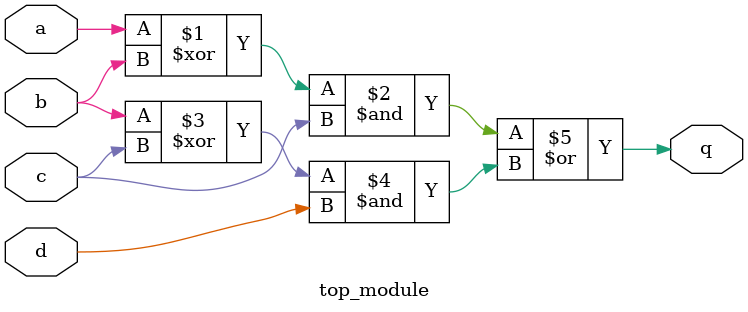
<source format=sv>
module top_module (
	input a, 
	input b, 
	input c, 
	input d,
	output q
);

	assign q = ((a ^ b) & c) | ((b ^ c) & d);
  
endmodule

</source>
